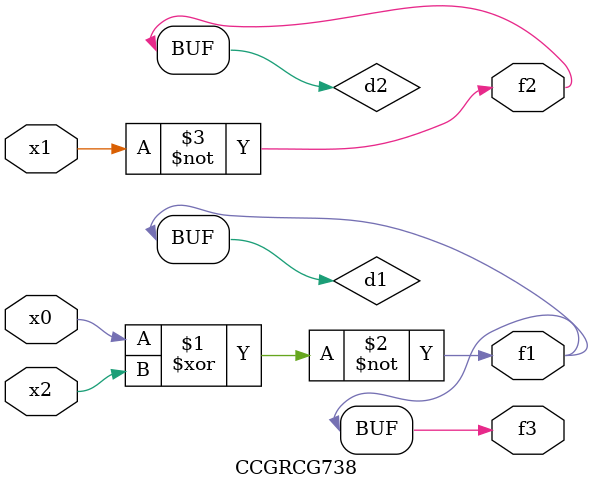
<source format=v>
module CCGRCG738(
	input x0, x1, x2,
	output f1, f2, f3
);

	wire d1, d2, d3;

	xnor (d1, x0, x2);
	nand (d2, x1);
	nor (d3, x1, x2);
	assign f1 = d1;
	assign f2 = d2;
	assign f3 = d1;
endmodule

</source>
